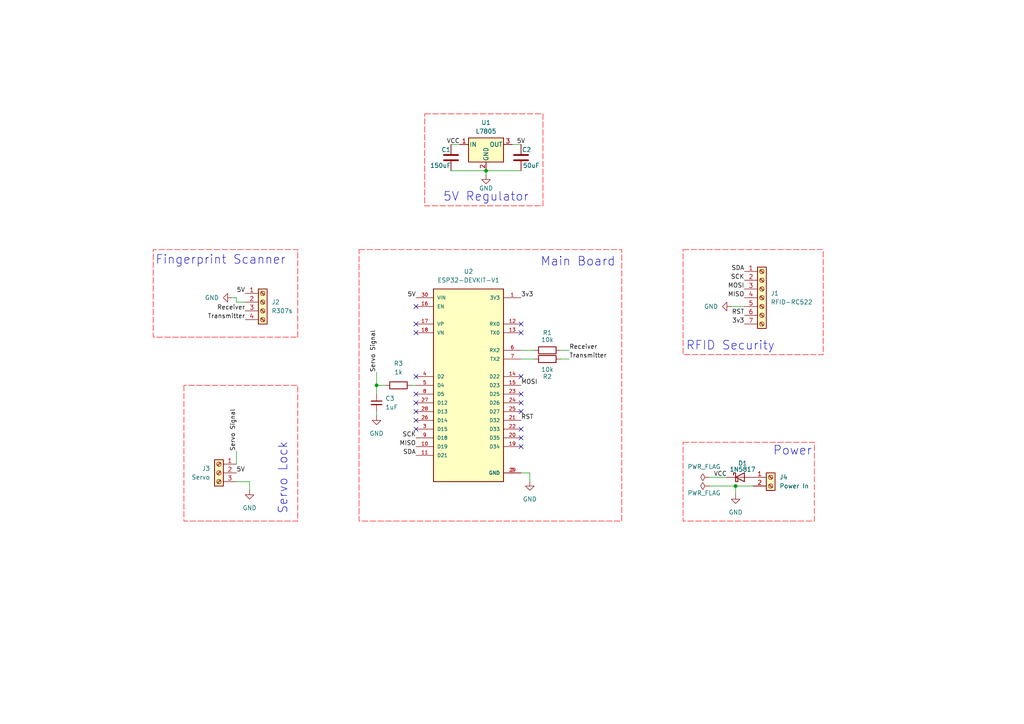
<source format=kicad_sch>
(kicad_sch (version 20250114) (generator "eeschema") (generator_version "9.0")
  (paper "A4")
  (title_block (title "Security Door Lock System") (date "2025-09-22") (rev "0"))
  (lib_symbols
    (symbol "Connector:Screw_Terminal_01x02" (pin_names (offset 1.016) (hide yes))
      (property "Reference" "J" (at 0 2.54 0))
      (property "Value" "Screw_Terminal_01x02" (at 0 -5.08 0))
      (symbol "Screw_Terminal_01x02_1_1"
        (rectangle (start -1.27 1.27) (end 1.27 -3.81) (stroke (width 0.254)) (fill (type background)))
        (polyline (pts (xy -0.5334 0.3302) (xy 0.3302 -0.508)) (stroke (width 0.1524)))
        (polyline (pts (xy -0.5334 -2.2098) (xy 0.3302 -3.048)) (stroke (width 0.1524)))
        (polyline (pts (xy -0.3556 0.508) (xy 0.508 -0.3302)) (stroke (width 0.1524)))
        (polyline (pts (xy -0.3556 -2.032) (xy 0.508 -2.8702)) (stroke (width 0.1524)))
        (circle (center 0 0) (radius 0.635) (stroke (width 0.1524)))
        (circle (center 0 -2.54) (radius 0.635) (stroke (width 0.1524)))
        (pin passive line (at -5.08 0 0) (length 3.81) (name "Pin_1") (number "1"))
        (pin passive line (at -5.08 -2.54 0) (length 3.81) (name "Pin_2") (number "2"))
      )
    )
    (symbol "Connector:Screw_Terminal_01x03" (pin_names (offset 1.016) (hide yes))
      (property "Reference" "J" (at 0 5.08 0))
      (property "Value" "Screw_Terminal_01x03" (at 0 -5.08 0))
      (symbol "Screw_Terminal_01x03_1_1"
        (rectangle (start -1.27 3.81) (end 1.27 -3.81) (stroke (width 0.254)) (fill (type background)))
        (polyline (pts (xy -0.5334 2.8702) (xy 0.3302 2.032)) (stroke (width 0.1524)))
        (polyline (pts (xy -0.5334 0.3302) (xy 0.3302 -0.508)) (stroke (width 0.1524)))
        (polyline (pts (xy -0.5334 -2.2098) (xy 0.3302 -3.048)) (stroke (width 0.1524)))
        (polyline (pts (xy -0.3556 3.048) (xy 0.508 2.2098)) (stroke (width 0.1524)))
        (polyline (pts (xy -0.3556 0.508) (xy 0.508 -0.3302)) (stroke (width 0.1524)))
        (polyline (pts (xy -0.3556 -2.032) (xy 0.508 -2.8702)) (stroke (width 0.1524)))
        (circle (center 0 2.54) (radius 0.635) (stroke (width 0.1524)))
        (circle (center 0 0) (radius 0.635) (stroke (width 0.1524)))
        (circle (center 0 -2.54) (radius 0.635) (stroke (width 0.1524)))
        (pin passive line (at -5.08 2.54 0) (length 3.81) (name "Pin_1") (number "1"))
        (pin passive line (at -5.08 0 0) (length 3.81) (name "Pin_2") (number "2"))
        (pin passive line (at -5.08 -2.54 0) (length 3.81) (name "Pin_3") (number "3"))
      )
    )
    (symbol "Connector:Screw_Terminal_01x04" (pin_names (offset 1.016) (hide yes))
      (property "Reference" "J" (at 0 5.08 0))
      (property "Value" "Screw_Terminal_01x04" (at 0 -7.62 0))
      (symbol "Screw_Terminal_01x04_1_1"
        (rectangle (start -1.27 3.81) (end 1.27 -6.35) (stroke (width 0.254)) (fill (type background)))
        (polyline (pts (xy -0.5334 2.8702) (xy 0.3302 2.032)) (stroke (width 0.1524)))
        (polyline (pts (xy -0.5334 0.3302) (xy 0.3302 -0.508)) (stroke (width 0.1524)))
        (polyline (pts (xy -0.5334 -2.2098) (xy 0.3302 -3.048)) (stroke (width 0.1524)))
        (polyline (pts (xy -0.5334 -4.7498) (xy 0.3302 -5.588)) (stroke (width 0.1524)))
        (polyline (pts (xy -0.3556 3.048) (xy 0.508 2.2098)) (stroke (width 0.1524)))
        (polyline (pts (xy -0.3556 0.508) (xy 0.508 -0.3302)) (stroke (width 0.1524)))
        (polyline (pts (xy -0.3556 -2.032) (xy 0.508 -2.8702)) (stroke (width 0.1524)))
        (polyline (pts (xy -0.3556 -4.572) (xy 0.508 -5.4102)) (stroke (width 0.1524)))
        (circle (center 0 2.54) (radius 0.635) (stroke (width 0.1524)))
        (circle (center 0 0) (radius 0.635) (stroke (width 0.1524)))
        (circle (center 0 -2.54) (radius 0.635) (stroke (width 0.1524)))
        (circle (center 0 -5.08) (radius 0.635) (stroke (width 0.1524)))
        (pin passive line (at -5.08 2.54 0) (length 3.81) (name "Pin_1") (number "1"))
        (pin passive line (at -5.08 0 0) (length 3.81) (name "Pin_2") (number "2"))
        (pin passive line (at -5.08 -2.54 0) (length 3.81) (name "Pin_3") (number "3"))
        (pin passive line (at -5.08 -5.08 0) (length 3.81) (name "Pin_4") (number "4"))
      )
    )
    (symbol "Connector:Screw_Terminal_01x07" (pin_names (offset 1.016) (hide yes))
      (property "Reference" "J" (at 0 10.16 0))
      (property "Value" "Screw_Terminal_01x07" (at 0 -10.16 0))
      (symbol "Screw_Terminal_01x07_1_1"
        (rectangle (start -1.27 8.89) (end 1.27 -8.89) (stroke (width 0.254)) (fill (type background)))
        (polyline (pts (xy -0.5334 7.9502) (xy 0.3302 7.112)) (stroke (width 0.1524)))
        (polyline (pts (xy -0.5334 5.4102) (xy 0.3302 4.572)) (stroke (width 0.1524)))
        (polyline (pts (xy -0.5334 2.8702) (xy 0.3302 2.032)) (stroke (width 0.1524)))
        (polyline (pts (xy -0.5334 0.3302) (xy 0.3302 -0.508)) (stroke (width 0.1524)))
        (polyline (pts (xy -0.5334 -2.2098) (xy 0.3302 -3.048)) (stroke (width 0.1524)))
        (polyline (pts (xy -0.5334 -4.7498) (xy 0.3302 -5.588)) (stroke (width 0.1524)))
        (polyline (pts (xy -0.5334 -7.2898) (xy 0.3302 -8.128)) (stroke (width 0.1524)))
        (polyline (pts (xy -0.3556 8.128) (xy 0.508 7.2898)) (stroke (width 0.1524)))
        (polyline (pts (xy -0.3556 5.588) (xy 0.508 4.7498)) (stroke (width 0.1524)))
        (polyline (pts (xy -0.3556 3.048) (xy 0.508 2.2098)) (stroke (width 0.1524)))
        (polyline (pts (xy -0.3556 0.508) (xy 0.508 -0.3302)) (stroke (width 0.1524)))
        (polyline (pts (xy -0.3556 -2.032) (xy 0.508 -2.8702)) (stroke (width 0.1524)))
        (polyline (pts (xy -0.3556 -4.572) (xy 0.508 -5.4102)) (stroke (width 0.1524)))
        (polyline (pts (xy -0.3556 -7.112) (xy 0.508 -7.9502)) (stroke (width 0.1524)))
        (circle (center 0 7.62) (radius 0.635) (stroke (width 0.1524)))
        (circle (center 0 5.08) (radius 0.635) (stroke (width 0.1524)))
        (circle (center 0 2.54) (radius 0.635) (stroke (width 0.1524)))
        (circle (center 0 0) (radius 0.635) (stroke (width 0.1524)))
        (circle (center 0 -2.54) (radius 0.635) (stroke (width 0.1524)))
        (circle (center 0 -5.08) (radius 0.635) (stroke (width 0.1524)))
        (circle (center 0 -7.62) (radius 0.635) (stroke (width 0.1524)))
        (pin passive line (at -5.08 7.62 0) (length 3.81) (name "Pin_1") (number "1"))
        (pin passive line (at -5.08 5.08 0) (length 3.81) (name "Pin_2") (number "2"))
        (pin passive line (at -5.08 2.54 0) (length 3.81) (name "Pin_3") (number "3"))
        (pin passive line (at -5.08 0 0) (length 3.81) (name "Pin_4") (number "4"))
        (pin passive line (at -5.08 -2.54 0) (length 3.81) (name "Pin_5") (number "5"))
        (pin passive line (at -5.08 -5.08 0) (length 3.81) (name "Pin_6") (number "6"))
        (pin passive line (at -5.08 -7.62 0) (length 3.81) (name "Pin_7") (number "7"))
      )
    )
    (symbol "Device:C" (pin_numbers (hide yes)) (pin_names (offset 0.254))
      (property "Reference" "C" (at 0.635 2.54 0))
      (property "Value" "C" (at 0.635 -2.54 0))
      (symbol "C_0_1"
        (polyline (pts (xy -2.032 0.762) (xy 2.032 0.762)) (stroke (width 0.508)))
        (polyline (pts (xy -2.032 -0.762) (xy 2.032 -0.762)) (stroke (width 0.508)))
      )
      (symbol "C_1_1"
        (pin passive line (at 0 3.81 270) (length 2.794) (name "~") (number "1"))
        (pin passive line (at 0 -3.81 90) (length 2.794) (name "~") (number "2"))
      )
    )
    (symbol "Device:C_Small" (pin_numbers (hide yes)) (pin_names (offset 0.254) (hide yes))
      (property "Reference" "C" (at 0.254 1.778 0))
      (property "Value" "C_Small" (at 0.254 -2.032 0))
      (symbol "C_Small_0_1"
        (polyline (pts (xy -1.524 0.508) (xy 1.524 0.508)) (stroke (width 0.3048)))
        (polyline (pts (xy -1.524 -0.508) (xy 1.524 -0.508)) (stroke (width 0.3302)))
      )
      (symbol "C_Small_1_1"
        (pin passive line (at 0 2.54 270) (length 2.032) (name "~") (number "1"))
        (pin passive line (at 0 -2.54 90) (length 2.032) (name "~") (number "2"))
      )
    )
    (symbol "Device:R" (pin_numbers (hide yes)) (pin_names (offset 0))
      (property "Reference" "R" (at 2.032 0 90))
      (property "Value" "R" (at 0 0 90))
      (symbol "R_0_1"
        (rectangle (start -1.016 -2.54) (end 1.016 2.54) (stroke (width 0.254)))
      )
      (symbol "R_1_1"
        (pin passive line (at 0 3.81 270) (length 1.27) (name "~") (number "1"))
        (pin passive line (at 0 -3.81 90) (length 1.27) (name "~") (number "2"))
      )
    )
    (symbol "Diode:1N5817" (pin_numbers (hide yes)) (pin_names (offset 1.016) (hide yes))
      (property "Reference" "D" (at 0 2.54 0))
      (property "Value" "1N5817" (at 0 -2.54 0))
      (symbol "1N5817_0_1"
        (polyline (pts (xy -1.905 0.635) (xy -1.905 1.27) (xy -1.27 1.27) (xy -1.27 -1.27) (xy -0.635 -1.27) (xy -0.635 -0.635)) (stroke (width 0.254)))
        (polyline (pts (xy 1.27 1.27) (xy 1.27 -1.27) (xy -1.27 0) (xy 1.27 1.27)) (stroke (width 0.254)))
        (polyline (pts (xy 1.27 0) (xy -1.27 0)))
      )
      (symbol "1N5817_1_1"
        (pin passive line (at -3.81 0 0) (length 2.54) (name "K") (number "1"))
        (pin passive line (at 3.81 0 180) (length 2.54) (name "A") (number "2"))
      )
    )
    (symbol "ESP32-DEVKIT-V1:ESP32-DEVKIT-V1" (pin_names (offset 1.016))
      (property "Reference" "U" (at -10.16 30.48 0))
      (property "Value" "ESP32-DEVKIT-V1" (at -10.16 -30.48 0))
      (symbol "ESP32-DEVKIT-V1_0_0"
        (rectangle (start -10.16 -27.94) (end 10.16 27.94) (stroke (width 0.254)) (fill (type background)))
        (pin input line (at -15.24 25.4 0) (length 5.08) (name "VIN") (number "30"))
        (pin input line (at -15.24 22.86 0) (length 5.08) (name "EN") (number "16"))
        (pin bidirectional line (at -15.24 17.78 0) (length 5.08) (name "VP") (number "17"))
        (pin bidirectional line (at -15.24 15.24 0) (length 5.08) (name "VN") (number "18"))
        (pin bidirectional line (at -15.24 2.54 0) (length 5.08) (name "D2") (number "4"))
        (pin bidirectional line (at -15.24 0 0) (length 5.08) (name "D4") (number "5"))
        (pin bidirectional line (at -15.24 -2.54 0) (length 5.08) (name "D5") (number "8"))
        (pin bidirectional line (at -15.24 -5.08 0) (length 5.08) (name "D12") (number "27"))
        (pin bidirectional line (at -15.24 -7.62 0) (length 5.08) (name "D13") (number "28"))
        (pin bidirectional line (at -15.24 -10.16 0) (length 5.08) (name "D14") (number "26"))
        (pin bidirectional line (at -15.24 -12.7 0) (length 5.08) (name "D15") (number "3"))
        (pin bidirectional line (at -15.24 -15.24 0) (length 5.08) (name "D18") (number "9"))
        (pin bidirectional line (at -15.24 -17.78 0) (length 5.08) (name "D19") (number "10"))
        (pin bidirectional line (at -15.24 -20.32 0) (length 5.08) (name "D21") (number "11"))
        (pin output line (at 15.24 25.4 180) (length 5.08) (name "3V3") (number "1"))
        (pin input line (at 15.24 17.78 180) (length 5.08) (name "RX0") (number "12"))
        (pin output line (at 15.24 15.24 180) (length 5.08) (name "TX0") (number "13"))
        (pin input line (at 15.24 10.16 180) (length 5.08) (name "RX2") (number "6"))
        (pin output line (at 15.24 7.62 180) (length 5.08) (name "TX2") (number "7"))
        (pin bidirectional line (at 15.24 2.54 180) (length 5.08) (name "D22") (number "14"))
        (pin bidirectional line (at 15.24 0 180) (length 5.08) (name "D23") (number "15"))
        (pin bidirectional line (at 15.24 -2.54 180) (length 5.08) (name "D25") (number "23"))
        (pin bidirectional line (at 15.24 -5.08 180) (length 5.08) (name "D26") (number "24"))
        (pin bidirectional line (at 15.24 -7.62 180) (length 5.08) (name "D27") (number "25"))
        (pin bidirectional line (at 15.24 -10.16 180) (length 5.08) (name "D32") (number "21"))
        (pin bidirectional line (at 15.24 -12.7 180) (length 5.08) (name "D33") (number "22"))
        (pin bidirectional line (at 15.24 -15.24 180) (length 5.08) (name "D35") (number "20"))
        (pin bidirectional line (at 15.24 -17.78 180) (length 5.08) (name "D34") (number "19"))
        (pin power_in line (at 15.24 -25.4 180) (length 5.08) (name "GND") (number "2"))
        (pin power_in line (at 15.24 -25.4 180) (length 5.08) (name "GND") (number "29"))
      )
    )
    (symbol "Regulator_Linear:L7805" (pin_names (offset 0.254))
      (property "Reference" "U" (at -3.81 3.175 0))
      (property "Value" "L7805" (at 0 3.175 0))
      (symbol "L7805_0_1"
        (rectangle (start -5.08 1.905) (end 5.08 -5.08) (stroke (width 0.254)) (fill (type background)))
      )
      (symbol "L7805_1_1"
        (pin power_in line (at -7.62 0 0) (length 2.54) (name "IN") (number "1"))
        (pin power_in line (at 0 -7.62 90) (length 2.54) (name "GND") (number "2"))
        (pin power_out line (at 7.62 0 180) (length 2.54) (name "OUT") (number "3"))
      )
    )
    (symbol "power:GND" (power) (pin_numbers (hide yes)) (pin_names (offset 0) (hide yes))
      (property "Value" "GND" (at 0 -3.81 0))
      (symbol "GND_0_1"
        (polyline (pts (xy 0 0) (xy 0 -1.27) (xy 1.27 -1.27) (xy 0 -2.54) (xy -1.27 -1.27) (xy 0 -1.27)))
      )
      (symbol "GND_1_1"
        (pin power_in line (at 0 0 270) (length 0) (name "~") (number "1"))
      )
    )
    (symbol "power:PWR_FLAG" (power) (pin_numbers (hide yes)) (pin_names (offset 0) (hide yes))
      (property "Value" "PWR_FLAG" (at 0 3.81 0))
      (symbol "PWR_FLAG_0_0"
        (pin power_out line (at 0 0 90) (length 0) (name "~") (number "1"))
      )
      (symbol "PWR_FLAG_0_1"
        (polyline (pts (xy 0 0) (xy 0 1.27) (xy -1.016 1.905) (xy 0 2.54) (xy 1.016 1.905) (xy 0 1.27)))
      )
    )
  )
  (text "Power" (at 229.87 130.81 0) (effects (font (size 2.54 2.54))))
  (text "Main Board" (at 167.64 75.946 0) (effects (font (size 2.54 2.54))))
  (text "RFID Security\n" (at 211.836 100.33 0) (effects (font (size 2.54 2.54))))
  (text "Servo Lock" (at 82.042 138.684 90) (effects (font (size 2.54 2.54))))
  (text "Fingerprint Scanner" (at 64.008 75.438 0) (effects (font (size 2.54 2.54))))
  (text "5V Regulator\n" (at 140.97 57.15 0) (effects (font (size 2.54 2.54))))
  (junction (at 140.97 49.53))
  (junction (at 109.22 111.76))
  (junction (at 213.36 140.97))
  (no_connect (at 120.65 121.92))
  (no_connect (at 151.13 124.46))
  (no_connect (at 151.13 127))
  (no_connect (at 151.13 109.22))
  (no_connect (at 151.13 116.84))
  (no_connect (at 120.65 114.3))
  (no_connect (at 151.13 129.54))
  (no_connect (at 120.65 88.9))
  (no_connect (at 120.65 109.22))
  (no_connect (at 151.13 119.38))
  (no_connect (at 151.13 96.52))
  (no_connect (at 120.65 96.52))
  (no_connect (at 151.13 114.3))
  (no_connect (at 120.65 93.98))
  (no_connect (at 120.65 116.84))
  (no_connect (at 120.65 124.46))
  (no_connect (at 120.65 119.38))
  (no_connect (at 151.13 93.98))
  (wire (pts (xy 119.38 111.76) (xy 120.65 111.76)))
  (wire (pts (xy 68.58 139.7) (xy 72.39 139.7)))
  (wire (pts (xy 130.81 49.53) (xy 140.97 49.53)))
  (wire (pts (xy 153.67 137.16) (xy 153.67 139.7)))
  (wire (pts (xy 212.09 88.9) (xy 215.9 88.9)))
  (wire (pts (xy 109.22 111.76) (xy 109.22 114.3)))
  (wire (pts (xy 162.56 104.14) (xy 165.1 104.14)))
  (wire (pts (xy 67.31 86.36) (xy 68.58 86.36)))
  (wire (pts (xy 68.58 86.36) (xy 68.58 87.63)))
  (wire (pts (xy 72.39 139.7) (xy 72.39 142.24)))
  (wire (pts (xy 130.81 41.91) (xy 133.35 41.91)))
  (wire (pts (xy 205.74 138.43) (xy 210.82 138.43)))
  (wire (pts (xy 205.74 140.97) (xy 213.36 140.97)))
  (wire (pts (xy 151.13 104.14) (xy 154.94 104.14)))
  (wire (pts (xy 213.36 143.51) (xy 213.36 140.97)))
  (wire (pts (xy 140.97 49.53) (xy 140.97 50.8)))
  (wire (pts (xy 213.36 140.97) (xy 218.44 140.97)))
  (wire (pts (xy 140.97 49.53) (xy 151.13 49.53)))
  (wire (pts (xy 109.22 107.95) (xy 109.22 111.76)))
  (wire (pts (xy 151.13 137.16) (xy 153.67 137.16)))
  (wire (pts (xy 68.58 87.63) (xy 71.12 87.63)))
  (wire (pts (xy 148.59 41.91) (xy 151.13 41.91)))
  (wire (pts (xy 109.22 120.65) (xy 109.22 119.38)))
  (wire (pts (xy 162.56 101.6) (xy 165.1 101.6)))
  (wire (pts (xy 111.76 111.76) (xy 109.22 111.76)))
  (wire (pts (xy 151.13 101.6) (xy 154.94 101.6)))
  (wire (pts (xy 68.58 130.81) (xy 68.58 134.62)))
  (label "VCC" (at 207.01 138.43 0))
  (label "5V" (at 68.58 137.16 0))
  (label "RST" (at 215.9 91.44 180))
  (label "Servo Signal" (at 109.22 107.95 90))
  (label "SCK" (at 120.65 127 180))
  (label "MOSI" (at 215.9 83.82 180))
  (label "RST" (at 151.13 121.92 0))
  (label "SDA" (at 120.65 132.08 180))
  (label "Transmitter" (at 165.1 104.14 0))
  (label "SCK" (at 215.9 81.28 180))
  (label "Receiver" (at 165.1 101.6 0))
  (label "Servo Signal" (at 68.58 130.81 90))
  (label "SDA" (at 215.9 78.74 180))
  (label "5V" (at 71.12 85.09 180))
  (label "VCC" (at 133.35 41.91 180))
  (label "MISO" (at 215.9 86.36 180))
  (label "5V" (at 120.65 86.36 180))
  (label "MOSI" (at 151.13 111.76 0))
  (label "Receiver" (at 71.12 90.17 180))
  (label "3v3" (at 151.13 86.36 0))
  (label "5V" (at 149.86 41.91 0))
  (label "3v3" (at 215.9 93.98 180))
  (label "MISO" (at 120.65 129.54 180))
  (label "Transmitter" (at 71.12 92.71 180))
  (rule_area (polyline (pts (xy 198.12 72.39) (xy 238.76 72.39) (xy 238.76 102.87) (xy 198.12 102.87)) (stroke (width 0) (type dash))))
  (rule_area (polyline (pts (xy 198.12 128.27) (xy 236.22 128.27) (xy 236.22 151.13) (xy 198.12 151.13)) (stroke (width 0) (type dash))))
  (rule_area (polyline (pts (xy 53.34 111.76) (xy 53.34 151.13) (xy 86.36 151.13) (xy 86.36 111.76)) (stroke (width 0) (type dash))))
  (rule_area (polyline (pts (xy 86.36 97.79) (xy 86.36 72.39) (xy 44.45 72.39) (xy 44.45 97.79)) (stroke (width 0) (type dash))))
  (rule_area (polyline (pts (xy 123.19 33.02) (xy 157.48 33.02) (xy 157.48 59.69) (xy 123.19 59.69)) (stroke (width 0) (type dash))))
  (rule_area (polyline (pts (xy 104.14 72.39) (xy 180.34 72.39) (xy 180.34 151.13) (xy 104.14 151.13)) (stroke (width 0) (type dash))))
  (symbol (lib_id "power:PWR_FLAG") (at 205.74 140.97 90) (unit 1)
    (property "Reference" "#FLG02" (effects (hide yes)))
    (property "Value" "PWR_FLAG" (at 209.042 143.002 90) (effects (justify left)))
    (property "Description" "Special symbol for telling ERC where power comes from" (effects (hide yes)))
  )
  (symbol (lib_id "power:PWR_FLAG") (at 205.74 138.43 90) (unit 1)
    (property "Reference" "#FLG01" (effects (hide yes)))
    (property "Value" "PWR_FLAG" (at 209.042 135.382 90) (effects (justify left)))
    (property "Description" "Special symbol for telling ERC where power comes from" (effects (hide yes)))
  )
  (symbol (lib_id "Connector:Screw_Terminal_01x03") (at 63.5 137.16 0) (mirror y) (unit 1)
    (property "Reference" "J3" (at 60.96 135.8899 0) (effects (justify left)))
    (property "Value" "Servo" (at 60.96 138.4299 0) (effects (justify left)))
    (property "Footprint" "TerminalBlock_Phoenix:TerminalBlock_Phoenix_MKDS-1,5-3_1x03_P5.00mm_Horizontal" (effects (hide yes)))
    (property "Description" "Generic screw terminal, single row, 01x03, script generated (kicad-library-utils/schlib/autogen/connector/)" (effects (hide yes)))
  )
  (symbol (lib_id "power:GND") (at 109.22 120.65 0) (unit 1)
    (property "Reference" "#PWR04" (effects (hide yes)))
    (property "Value" "GND" (at 109.22 125.73 0))
    (property "Description" "Power symbol creates a global label with name \"GND\" , ground" (effects (hide yes)))
  )
  (symbol (lib_id "power:GND") (at 67.31 86.36 270) (unit 1)
    (property "Reference" "#PWR02" (effects (hide yes)))
    (property "Value" "GND" (at 63.5 86.3599 90) (effects (justify right)))
    (property "Description" "Power symbol creates a global label with name \"GND\" , ground" (effects (hide yes)))
  )
  (symbol (lib_id "Device:R") (at 158.75 104.14 90) (unit 1)
    (property "Reference" "R2" (at 158.75 109.22 90))
    (property "Value" "10k" (at 158.75 107.188 90))
    (property "Footprint" "Resistor_THT:R_Axial_DIN0207_L6.3mm_D2.5mm_P7.62mm_Horizontal" (effects (hide yes)))
    (property "Description" "Resistor" (effects (hide yes)))
  )
  (symbol (lib_id "Regulator_Linear:L7805") (at 140.97 41.91 0) (unit 1)
    (property "Reference" "U1" (at 140.97 35.56 0))
    (property "Value" "L7805" (at 140.97 38.1 0))
    (property "Footprint" "Package_TO_SOT_THT:TO-220-3_Horizontal_TabDown" (effects (hide yes)))
    (property "Datasheet" "http://www.st.com/content/ccc/resource/technical/document/datasheet/41/4f/b3/b0/12/d4/47/88/CD00000444.pdf/files/CD00000444.pdf/jcr:content/translations/en.CD00000444.pdf" (effects (hide yes)))
    (property "Description" "Positive 1.5A 35V Linear Regulator, Fixed Output 5V, TO-220/TO-263/TO-252" (effects (hide yes)))
  )
  (symbol (lib_id "Device:R") (at 115.57 111.76 90) (unit 1)
    (property "Reference" "R3" (at 115.57 105.41 90))
    (property "Value" "1k" (at 115.57 107.95 90))
    (property "Footprint" "Resistor_THT:R_Axial_DIN0207_L6.3mm_D2.5mm_P7.62mm_Horizontal" (effects (hide yes)))
    (property "Description" "Resistor" (effects (hide yes)))
  )
  (symbol (lib_id "Connector:Screw_Terminal_01x07") (at 220.98 86.36 0) (unit 1)
    (property "Reference" "J1" (at 223.52 85.0899 0) (effects (justify left)))
    (property "Value" "RFID-RC522" (at 223.52 87.6299 0) (effects (justify left)))
    (property "Footprint" "TerminalBlock_Phoenix:TerminalBlock_Phoenix_MKDS-1,5-7_1x07_P5.00mm_Horizontal" (effects (hide yes)))
    (property "Description" "Generic screw terminal, single row, 01x07, script generated (kicad-library-utils/schlib/autogen/connector/)" (effects (hide yes)))
  )
  (symbol (lib_id "power:GND") (at 140.97 50.8 0) (unit 1)
    (property "Reference" "#PWR01" (effects (hide yes)))
    (property "Value" "GND" (at 140.97 54.61 0))
    (property "Description" "Power symbol creates a global label with name \"GND\" , ground" (effects (hide yes)))
  )
  (symbol (lib_id "Device:C") (at 151.13 45.72 0) (unit 1)
    (property "Reference" "C2" (at 151.384 43.434 0) (effects (justify left)))
    (property "Value" "50uF" (at 151.638 48.006 0) (effects (justify left)))
    (property "Footprint" "Capacitor_THT:C_Radial_D5.0mm_H7.0mm_P2.00mm" (effects (hide yes)))
    (property "Description" "Unpolarized capacitor" (effects (hide yes)))
  )
  (symbol (lib_id "Connector:Screw_Terminal_01x04") (at 76.2 87.63 0) (unit 1)
    (property "Reference" "J2" (at 78.74 87.6299 0) (effects (justify left)))
    (property "Value" "R307s" (at 78.74 90.1699 0) (effects (justify left)))
    (property "Footprint" "TerminalBlock_Phoenix:TerminalBlock_Phoenix_MKDS-1,5-4_1x04_P5.00mm_Horizontal" (effects (hide yes)))
    (property "Description" "Generic screw terminal, single row, 01x04, script generated (kicad-library-utils/schlib/autogen/connector/)" (effects (hide yes)))
  )
  (symbol (lib_id "power:GND") (at 212.09 88.9 270) (unit 1)
    (property "Reference" "#PWR03" (effects (hide yes)))
    (property "Value" "GND" (at 208.28 88.8999 90) (effects (justify right)))
    (property "Description" "Power symbol creates a global label with name \"GND\" , ground" (effects (hide yes)))
  )
  (symbol (lib_id "ESP32-DEVKIT-V1:ESP32-DEVKIT-V1") (at 135.89 111.76 0) (unit 1)
    (property "Reference" "U2" (at 135.89 78.74 0))
    (property "Value" "ESP32-DEVKIT-V1" (at 135.89 81.28 0))
    (property "Footprint" "footprints:MODULE_ESP32_DEVKIT_V1" (effects (hide yes)))
    (property "MF" "Do it" (effects (hide yes)))
    (property "MAXIMUM_PACKAGE_HEIGHT" "6.8 mm" (effects (hide yes)))
    (property "Package" "None" (effects (hide yes)))
    (property "Price" "None" (effects (hide yes)))
    (property "Check_prices" "https://www.snapeda.com/parts/ESP32-DEVKIT-V1/Do+it/view-part/?ref=eda" (effects (hide yes)))
    (property "STANDARD" "Manufacturer Recommendations" (effects (hide yes)))
    (property "PARTREV" "N/A" (effects (hide yes)))
    (property "SnapEDA_Link" "https://www.snapeda.com/parts/ESP32-DEVKIT-V1/Do+it/view-part/?ref=snap" (effects (hide yes)))
    (property "MP" "ESP32-DEVKIT-V1" (effects (hide yes)))
    (property "Description_1" "Dual core, Wi-Fi: 2.4 GHz up to 150 Mbits/s,BLE (Bluetooth Low Energy) and legacy Bluetooth, 32 bits, Up to 240 MHz" (effects (hide yes)))
    (property "Availability" "Not in stock" (effects (hide yes)))
    (property "MANUFACTURER" "DOIT" (effects (hide yes)))
  )
  (symbol (lib_id "Device:R") (at 158.75 101.6 90) (unit 1)
    (property "Reference" "R1" (at 158.75 96.52 90))
    (property "Value" "10k" (at 158.75 98.552 90))
    (property "Footprint" "Resistor_THT:R_Axial_DIN0207_L6.3mm_D2.5mm_P7.62mm_Horizontal" (effects (hide yes)))
    (property "Description" "Resistor" (effects (hide yes)))
  )
  (symbol (lib_id "power:GND") (at 213.36 143.51 0) (unit 1)
    (property "Reference" "#PWR07" (effects (hide yes)))
    (property "Value" "GND" (at 213.36 148.59 0))
    (property "Description" "Power symbol creates a global label with name \"GND\" , ground" (effects (hide yes)))
  )
  (symbol (lib_id "Device:C_Small") (at 109.22 116.84 0) (unit 1)
    (property "Reference" "C3" (at 111.76 115.5762 0) (effects (justify left)))
    (property "Value" "1uF" (at 111.76 118.1162 0) (effects (justify left)))
    (property "Footprint" "Capacitor_THT:C_Radial_D5.0mm_H11.0mm_P2.00mm" (effects (hide yes)))
    (property "Description" "Unpolarized capacitor, small symbol" (effects (hide yes)))
  )
  (symbol (lib_id "power:GND") (at 72.39 142.24 0) (unit 1)
    (property "Reference" "#PWR06" (effects (hide yes)))
    (property "Value" "GND" (at 72.39 147.32 0))
    (property "Description" "Power symbol creates a global label with name \"GND\" , ground" (effects (hide yes)))
  )
  (symbol (lib_id "Connector:Screw_Terminal_01x02") (at 223.52 138.43 0) (unit 1)
    (property "Reference" "J4" (at 226.06 138.4299 0) (effects (justify left)))
    (property "Value" "Power In" (at 226.06 140.9699 0) (effects (justify left)))
    (property "Footprint" "TerminalBlock_Phoenix:TerminalBlock_Phoenix_MKDS-1,5-2_1x02_P5.00mm_Horizontal" (effects (hide yes)))
    (property "Description" "Generic screw terminal, single row, 01x02, script generated (kicad-library-utils/schlib/autogen/connector/)" (effects (hide yes)))
  )
  (symbol (lib_id "Diode:1N5817") (at 214.63 138.43 0) (unit 1)
    (property "Reference" "D1" (at 215.392 134.366 0))
    (property "Value" "1N5817" (at 215.392 136.144 0))
    (property "Footprint" "Diode_THT:D_DO-41_SOD81_P7.62mm_Horizontal" (effects (hide yes)))
    (property "Datasheet" "http://www.vishay.com/docs/88525/1n5817.pdf" (effects (hide yes)))
    (property "Description" "20V 1A Schottky Barrier Rectifier Diode, DO-41" (effects (hide yes)))
  )
  (symbol (lib_id "power:GND") (at 153.67 139.7 0) (unit 1)
    (property "Reference" "#PWR05" (effects (hide yes)))
    (property "Value" "GND" (at 153.67 144.78 0))
    (property "Description" "Power symbol creates a global label with name \"GND\" , ground" (effects (hide yes)))
  )
  (symbol (lib_id "Device:C") (at 130.81 45.72 0) (unit 1)
    (property "Reference" "C1" (at 128.016 43.434 0) (effects (justify left)))
    (property "Value" "150uF" (at 124.714 48.006 0) (effects (justify left)))
    (property "Footprint" "Capacitor_THT:C_Radial_D5.0mm_H7.0mm_P2.00mm" (effects (hide yes)))
    (property "Description" "Unpolarized capacitor" (effects (hide yes)))
  )
)
</source>
